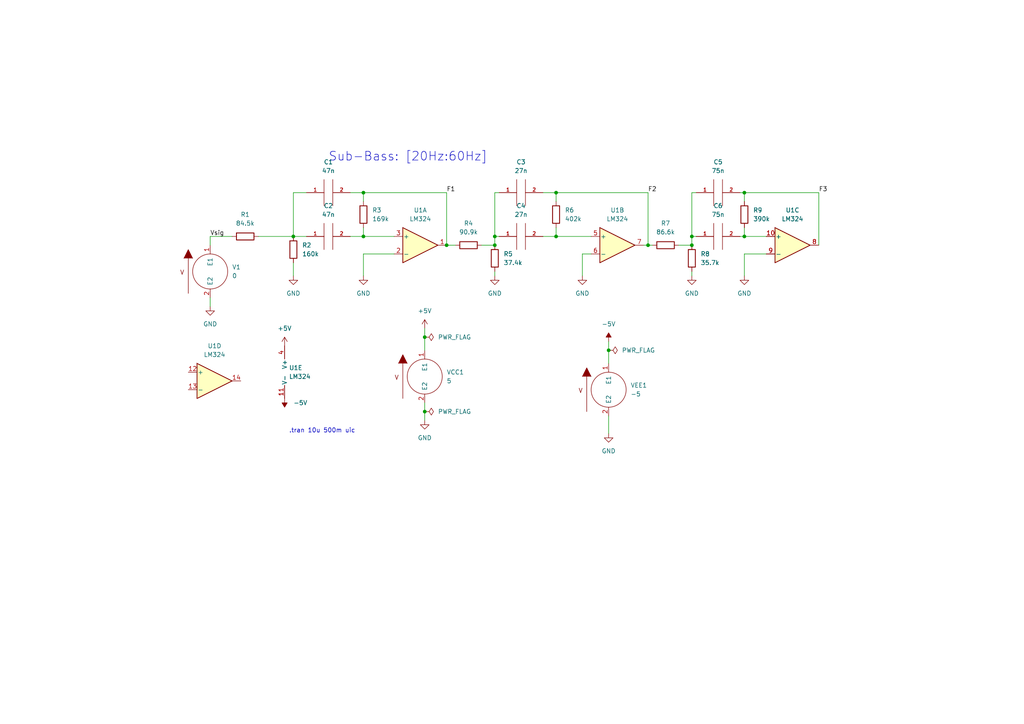
<source format=kicad_sch>
(kicad_sch (version 20211123) (generator eeschema)
  (paper "A4")
  (lib_symbols
    (symbol "Amplifier_Operational:LM324" (pin_names (offset 0.127))
      (property "Reference" "U" (at 0 5.08 0))
      (property "Value" "LM324" (at 0 -5.08 0))
      (symbol "LM324_1_1"
        (polyline (pts (xy -5.08 5.08) (xy 5.08 0) (xy -5.08 -5.08) (xy -5.08 5.08)) (stroke (width 0.254)) (fill (type background)))
        (pin output line (at 7.62 0 180) (length 2.54) (name "~") (number "1"))
        (pin input line (at -7.62 -2.54 0) (length 2.54) (name "-") (number "2"))
        (pin input line (at -7.62 2.54 0) (length 2.54) (name "+") (number "3"))
      )
      (symbol "LM324_2_1"
        (polyline (pts (xy -5.08 5.08) (xy 5.08 0) (xy -5.08 -5.08) (xy -5.08 5.08)) (stroke (width 0.254)) (fill (type background)))
        (pin input line (at -7.62 2.54 0) (length 2.54) (name "+") (number "5"))
        (pin input line (at -7.62 -2.54 0) (length 2.54) (name "-") (number "6"))
        (pin output line (at 7.62 0 180) (length 2.54) (name "~") (number "7"))
      )
      (symbol "LM324_3_1"
        (polyline (pts (xy -5.08 5.08) (xy 5.08 0) (xy -5.08 -5.08) (xy -5.08 5.08)) (stroke (width 0.254)) (fill (type background)))
        (pin input line (at -7.62 2.54 0) (length 2.54) (name "+") (number "10"))
        (pin output line (at 7.62 0 180) (length 2.54) (name "~") (number "8"))
        (pin input line (at -7.62 -2.54 0) (length 2.54) (name "-") (number "9"))
      )
      (symbol "LM324_4_1"
        (polyline (pts (xy -5.08 5.08) (xy 5.08 0) (xy -5.08 -5.08) (xy -5.08 5.08)) (stroke (width 0.254)) (fill (type background)))
        (pin input line (at -7.62 2.54 0) (length 2.54) (name "+") (number "12"))
        (pin input line (at -7.62 -2.54 0) (length 2.54) (name "-") (number "13"))
        (pin output line (at 7.62 0 180) (length 2.54) (name "~") (number "14"))
      )
      (symbol "LM324_5_1"
        (pin power_in line (at -2.54 -7.62 90) (length 3.81) (name "V-") (number "11"))
        (pin power_in line (at -2.54 7.62 270) (length 3.81) (name "V+") (number "4"))
      )
    )
    (symbol "Device:R" (pin_numbers hide) (pin_names (offset 0))
      (property "Reference" "R" (at 2.032 0 90))
      (property "Value" "R" (at 0 0 90))
      (symbol "R_0_1"
        (rectangle (start -1.016 -2.54) (end 1.016 2.54) (stroke (width 0.254)))
      )
      (symbol "R_1_1"
        (pin passive line (at 0 3.81 270) (length 1.27) (name "~") (number "1"))
        (pin passive line (at 0 -3.81 90) (length 1.27) (name "~") (number "2"))
      )
    )
    (symbol "power:+5V" (power) (pin_names (offset 0))
      (property "Value" "+5V" (at 0 3.556 0))
      (symbol "+5V_0_1"
        (polyline (pts (xy -0.762 1.27) (xy 0 2.54)))
        (polyline (pts (xy 0 0) (xy 0 2.54)))
        (polyline (pts (xy 0 2.54) (xy 0.762 1.27)))
      )
      (symbol "+5V_1_1"
        (pin power_in line (at 0 0 90) (length 0) hide (name "+5V") (number "1"))
      )
    )
    (symbol "power:-5V" (power) (pin_names (offset 0))
      (property "Value" "-5V" (at 0 3.81 0))
      (symbol "-5V_0_0"
        (pin power_in line (at 0 0 90) (length 0) hide (name "-5V") (number "1"))
      )
      (symbol "-5V_0_1"
        (polyline (pts (xy 0 0) (xy 0 1.27) (xy 0.762 1.27) (xy 0 2.54) (xy -0.762 1.27) (xy 0 1.27)) (fill (type outline)))
      )
    )
    (symbol "power:GND" (power) (pin_names (offset 0))
      (property "Value" "GND" (at 0 -3.81 0))
      (symbol "GND_0_1"
        (polyline (pts (xy 0 0) (xy 0 -1.27) (xy 1.27 -1.27) (xy 0 -2.54) (xy -1.27 -1.27) (xy 0 -1.27)))
      )
      (symbol "GND_1_1"
        (pin power_in line (at 0 0 270) (length 0) hide (name "GND") (number "1"))
      )
    )
    (symbol "power:PWR_FLAG" (power) (pin_numbers hide) (pin_names (offset 0) hide)
      (property "Value" "PWR_FLAG" (at 0 3.81 0))
      (symbol "PWR_FLAG_0_0"
        (pin power_out line (at 0 0 90) (length 0) (name "pwr") (number "1"))
      )
      (symbol "PWR_FLAG_0_1"
        (polyline (pts (xy 0 0) (xy 0 1.27) (xy -1.016 1.905) (xy 0 2.54) (xy 1.016 1.905) (xy 0 1.27)))
      )
    )
    (symbol "pspice:C" (pin_names (offset 0.254))
      (property "Reference" "C" (at 2.54 3.81 90))
      (property "Value" "C" (at 2.54 -3.81 90))
      (symbol "C_0_1"
        (polyline (pts (xy -3.81 -1.27) (xy 3.81 -1.27)))
        (polyline (pts (xy -3.81 1.27) (xy 3.81 1.27)))
      )
      (symbol "C_1_1"
        (pin passive line (at 0 6.35 270) (length 5.08) (name "~") (number "1"))
        (pin passive line (at 0 -6.35 90) (length 5.08) (name "~") (number "2"))
      )
    )
    (symbol "pspice:VSOURCE" (pin_names (offset 1.016))
      (property "Reference" "V" (at -6.35 7.62 0))
      (property "Value" "VSOURCE" (at 0 0 0))
      (symbol "VSOURCE_0_1"
        (polyline (pts (xy -6.35 -6.35) (xy -6.35 3.81)) (fill (type outline)))
        (polyline (pts (xy -7.62 3.81) (xy -6.35 6.35) (xy -5.08 3.81)) (fill (type outline)))
        (circle (center 0 0) (radius 5.08))
        (text "V" (at -8.128 -0.254 0) (effects (font (size 1.27 1.27))))
      )
      (symbol "VSOURCE_1_1"
        (pin input line (at 0 7.62 270) (length 2.54) (name "E1") (number "1"))
        (pin input line (at 0 -7.62 90) (length 2.54) (name "E2") (number "2"))
      )
    )
  )
  (junction (at 85.09 68.58))
  (junction (at 176.53 101.6))
  (junction (at 123.19 97.79))
  (junction (at 215.9 68.58))
  (junction (at 123.19 119.38))
  (junction (at 129.54 71.12))
  (junction (at 161.29 68.58))
  (junction (at 200.66 68.58))
  (junction (at 187.96 71.12))
  (junction (at 215.9 55.88))
  (junction (at 105.41 55.88))
  (junction (at 143.51 71.12))
  (junction (at 200.66 71.12))
  (junction (at 161.29 55.88))
  (junction (at 105.41 68.58))
  (junction (at 143.51 68.58))
  (wire (pts (xy 215.9 73.66) (xy 215.9 80.01)))
  (wire (pts (xy 201.93 68.58) (xy 200.66 68.58)))
  (wire (pts (xy 123.19 97.79) (xy 123.19 101.6)))
  (wire (pts (xy 214.63 68.58) (xy 215.9 68.58)))
  (wire (pts (xy 74.93 68.58) (xy 85.09 68.58)))
  (wire (pts (xy 215.9 58.42) (xy 215.9 55.88)))
  (wire (pts (xy 187.96 55.88) (xy 161.29 55.88)))
  (wire (pts (xy 157.48 68.58) (xy 161.29 68.58)))
  (wire (pts (xy 214.63 55.88) (xy 215.9 55.88)))
  (wire (pts (xy 101.6 68.58) (xy 105.41 68.58)))
  (wire (pts (xy 105.41 68.58) (xy 114.3 68.58)))
  (wire (pts (xy 222.25 73.66) (xy 215.9 73.66)))
  (wire (pts (xy 123.19 119.38) (xy 123.19 121.92)))
  (wire (pts (xy 161.29 68.58) (xy 171.45 68.58)))
  (wire (pts (xy 143.51 55.88) (xy 143.51 68.58)))
  (wire (pts (xy 129.54 71.12) (xy 129.54 55.88)))
  (wire (pts (xy 171.45 73.66) (xy 168.91 73.66)))
  (wire (pts (xy 168.91 73.66) (xy 168.91 80.01)))
  (wire (pts (xy 200.66 55.88) (xy 200.66 68.58)))
  (wire (pts (xy 215.9 55.88) (xy 237.49 55.88)))
  (wire (pts (xy 143.51 68.58) (xy 143.51 71.12)))
  (wire (pts (xy 105.41 66.04) (xy 105.41 68.58)))
  (wire (pts (xy 101.6 55.88) (xy 105.41 55.88)))
  (wire (pts (xy 60.96 68.58) (xy 60.96 71.12)))
  (wire (pts (xy 161.29 66.04) (xy 161.29 68.58)))
  (wire (pts (xy 186.69 71.12) (xy 187.96 71.12)))
  (wire (pts (xy 60.96 68.58) (xy 67.31 68.58)))
  (wire (pts (xy 85.09 68.58) (xy 88.9 68.58)))
  (wire (pts (xy 85.09 55.88) (xy 85.09 68.58)))
  (wire (pts (xy 176.53 99.06) (xy 176.53 101.6)))
  (wire (pts (xy 196.85 71.12) (xy 200.66 71.12)))
  (wire (pts (xy 176.53 101.6) (xy 176.53 105.41)))
  (wire (pts (xy 157.48 55.88) (xy 161.29 55.88)))
  (wire (pts (xy 85.09 80.01) (xy 85.09 76.2)))
  (wire (pts (xy 201.93 55.88) (xy 200.66 55.88)))
  (wire (pts (xy 88.9 55.88) (xy 85.09 55.88)))
  (wire (pts (xy 144.78 68.58) (xy 143.51 68.58)))
  (wire (pts (xy 200.66 78.74) (xy 200.66 80.01)))
  (wire (pts (xy 237.49 71.12) (xy 237.49 55.88)))
  (wire (pts (xy 187.96 55.88) (xy 187.96 71.12)))
  (wire (pts (xy 176.53 120.65) (xy 176.53 125.73)))
  (wire (pts (xy 105.41 73.66) (xy 105.41 80.01)))
  (wire (pts (xy 187.96 71.12) (xy 189.23 71.12)))
  (wire (pts (xy 105.41 58.42) (xy 105.41 55.88)))
  (wire (pts (xy 215.9 66.04) (xy 215.9 68.58)))
  (wire (pts (xy 123.19 116.84) (xy 123.19 119.38)))
  (wire (pts (xy 129.54 71.12) (xy 132.08 71.12)))
  (wire (pts (xy 60.96 86.36) (xy 60.96 88.9)))
  (wire (pts (xy 144.78 55.88) (xy 143.51 55.88)))
  (wire (pts (xy 215.9 68.58) (xy 222.25 68.58)))
  (wire (pts (xy 200.66 68.58) (xy 200.66 71.12)))
  (wire (pts (xy 143.51 78.74) (xy 143.51 80.01)))
  (wire (pts (xy 139.7 71.12) (xy 143.51 71.12)))
  (wire (pts (xy 161.29 58.42) (xy 161.29 55.88)))
  (wire (pts (xy 123.19 95.25) (xy 123.19 97.79)))
  (wire (pts (xy 129.54 55.88) (xy 105.41 55.88)))
  (wire (pts (xy 114.3 73.66) (xy 105.41 73.66)))
  (text "Sub-Bass: [20Hz:60Hz]\n" (at 95.25 46.99 0) (effects (font (size 2.54 2.54)) (justify left bottom)))
  (text ".tran 10u 500m uic\n" (at 83.82 125.73 0) (effects (font (size 1.27 1.27)) (justify left bottom)))
  (label "F3" (at 237.49 55.88 0))
  (label "F2" (at 187.96 55.88 0))
  (label "F1" (at 129.54 55.88 0))
  (label "Vsig" (at 60.96 68.58 0))
  (symbol (lib_id "Amplifier_Operational:LM324") (at 85.09 107.95 0) (unit 5)
    (property "Reference" "U1" (at 83.82 106.6799 0) (effects (justify left)))
    (property "Value" "LM324" (at 83.82 109.2199 0) (effects (justify left)))
    (property "Datasheet" "http://www.ti.com/lit/ds/symlink/lm2902-n.pdf" (effects hide))
    (property "Spice_Primitive" "X" (effects hide))
    (property "Spice_Model" "LMX24_LM2902a" (effects hide))
    (property "Spice_Netlist_Enabled" "Y" (effects hide))
    (property "Spice_Lib_File" "lmx24_lm2902-quad.lib" (effects hide))
  )
  (symbol (lib_id "power:GND") (at 60.96 88.9 0) (unit 1)
    (property "Reference" "#PWR01" (effects hide))
    (property "Value" "GND" (at 60.96 93.98 0))
  )
  (symbol (lib_id "power:PWR_FLAG") (at 176.53 101.6 270) (unit 1)
    (property "Reference" "#FLG03" (effects hide))
    (property "Value" "PWR_FLAG" (at 180.34 101.5999 90) (effects (justify left)))
  )
  (symbol (lib_id "power:GND") (at 123.19 121.92 0) (unit 1)
    (property "Reference" "#PWR07" (effects hide))
    (property "Value" "GND" (at 123.19 127 0))
  )
  (symbol (lib_id "Device:R") (at 161.29 62.23 0) (unit 1)
    (property "Reference" "R6" (at 163.83 60.9599 0) (effects (justify left)))
    (property "Value" "402k" (at 163.83 63.4999 0) (effects (justify left)))
    (property "Footprint" "Resistor_SMD:R_0201_0603Metric" (effects hide))
  )
  (symbol (lib_id "Device:R") (at 85.09 72.39 0) (unit 1)
    (property "Reference" "R2" (at 87.63 71.1199 0) (effects (justify left)))
    (property "Value" "160k" (at 87.63 73.6599 0) (effects (justify left)))
    (property "Footprint" "Resistor_SMD:R_0201_0603Metric" (effects hide))
  )
  (symbol (lib_id "Amplifier_Operational:LM324") (at 62.23 110.49 0) (unit 4)
    (property "Reference" "U1" (at 62.23 100.33 0))
    (property "Value" "LM324" (at 62.23 102.87 0))
    (property "Datasheet" "http://www.ti.com/lit/ds/symlink/lm2902-n.pdf" (effects hide))
    (property "Spice_Primitive" "X" (effects hide))
    (property "Spice_Model" "LMX24_LM2902a" (effects hide))
    (property "Spice_Netlist_Enabled" "Y" (effects hide))
    (property "Spice_Lib_File" "lmx24_lm2902-quad.lib" (effects hide))
  )
  (symbol (lib_id "pspice:C") (at 95.25 55.88 90) (unit 1)
    (property "Reference" "C1" (at 95.25 46.99 90))
    (property "Value" "47n" (at 95.25 49.53 90))
  )
  (symbol (lib_id "pspice:C") (at 151.13 55.88 90) (unit 1)
    (property "Reference" "C3" (at 151.13 46.99 90))
    (property "Value" "27n" (at 151.13 49.53 90))
  )
  (symbol (lib_id "power:GND") (at 85.09 80.01 0) (unit 1)
    (property "Reference" "#PWR02" (effects hide))
    (property "Value" "GND" (at 85.09 85.09 0))
  )
  (symbol (lib_id "Amplifier_Operational:LM324") (at 179.07 71.12 0) (unit 2)
    (property "Reference" "U1" (at 179.07 60.96 0))
    (property "Value" "LM324" (at 179.07 63.5 0))
    (property "Datasheet" "http://www.ti.com/lit/ds/symlink/lm2902-n.pdf" (effects hide))
    (property "Spice_Primitive" "X" (effects hide))
    (property "Spice_Model" "LMX24_LM2902a" (effects hide))
    (property "Spice_Netlist_Enabled" "Y" (effects hide))
    (property "Spice_Lib_File" "lmx24_lm2902-quad.lib" (effects hide))
  )
  (symbol (lib_id "power:GND") (at 143.51 80.01 0) (unit 1)
    (property "Reference" "#PWR08" (effects hide))
    (property "Value" "GND" (at 143.51 85.09 0))
  )
  (symbol (lib_id "Device:R") (at 135.89 71.12 90) (unit 1)
    (property "Reference" "R4" (at 135.89 64.77 90))
    (property "Value" "90.9k" (at 135.89 67.31 90))
    (property "Footprint" "Resistor_SMD:R_0201_0603Metric" (effects hide))
  )
  (symbol (lib_id "pspice:VSOURCE") (at 123.19 109.22 0) (unit 1)
    (property "Reference" "VCC1" (at 129.54 107.9499 0) (effects (justify left)))
    (property "Value" "5" (at 129.54 110.4899 0) (effects (justify left)))
    (property "Spice_Primitive" "V" (effects hide))
    (property "Spice_Model" "dc 5" (effects hide))
    (property "Spice_Netlist_Enabled" "Y" (effects hide))
  )
  (symbol (lib_id "power:GND") (at 105.41 80.01 0) (unit 1)
    (property "Reference" "#PWR03" (effects hide))
    (property "Value" "GND" (at 105.41 85.09 0))
  )
  (symbol (lib_id "pspice:VSOURCE") (at 176.53 113.03 0) (unit 1)
    (property "Reference" "VEE1" (at 182.88 111.7599 0) (effects (justify left)))
    (property "Value" "-5" (at 182.88 114.2999 0) (effects (justify left)))
    (property "Spice_Primitive" "V" (effects hide))
    (property "Spice_Model" "dc -5" (effects hide))
    (property "Spice_Netlist_Enabled" "Y" (effects hide))
  )
  (symbol (lib_id "power:GND") (at 168.91 80.01 0) (unit 1)
    (property "Reference" "#PWR011" (effects hide))
    (property "Value" "GND" (at 168.91 85.09 0))
  )
  (symbol (lib_id "power:+5V") (at 123.19 95.25 0) (unit 1)
    (property "Reference" "#PWR06" (effects hide))
    (property "Value" "+5V" (at 123.19 90.17 0))
  )
  (symbol (lib_id "Device:R") (at 105.41 62.23 0) (unit 1)
    (property "Reference" "R3" (at 107.95 60.9599 0) (effects (justify left)))
    (property "Value" "169k" (at 107.95 63.4999 0) (effects (justify left)))
    (property "Footprint" "Resistor_SMD:R_0201_0603Metric" (effects hide))
  )
  (symbol (lib_id "Amplifier_Operational:LM324") (at 229.87 71.12 0) (unit 3)
    (property "Reference" "U1" (at 229.87 60.96 0))
    (property "Value" "LM324" (at 229.87 63.5 0))
    (property "Datasheet" "http://www.ti.com/lit/ds/symlink/lm2902-n.pdf" (effects hide))
    (property "Spice_Primitive" "X" (effects hide))
    (property "Spice_Model" "LMX24_LM2902a" (effects hide))
    (property "Spice_Netlist_Enabled" "Y" (effects hide))
    (property "Spice_Lib_File" "lmx24_lm2902-quad.lib" (effects hide))
  )
  (symbol (lib_id "Device:R") (at 215.9 62.23 0) (unit 1)
    (property "Reference" "R9" (at 218.44 60.9599 0) (effects (justify left)))
    (property "Value" "390k" (at 218.44 63.4999 0) (effects (justify left)))
    (property "Footprint" "Resistor_SMD:R_0201_0603Metric" (effects hide))
  )
  (symbol (lib_id "Device:R") (at 193.04 71.12 90) (unit 1)
    (property "Reference" "R7" (at 193.04 64.77 90))
    (property "Value" "86.6k" (at 193.04 67.31 90))
    (property "Footprint" "Resistor_SMD:R_0201_0603Metric" (effects hide))
  )
  (symbol (lib_id "pspice:C") (at 151.13 68.58 90) (unit 1)
    (property "Reference" "C4" (at 151.13 59.69 90))
    (property "Value" "27n" (at 151.13 62.23 90))
  )
  (symbol (lib_id "pspice:C") (at 208.28 68.58 90) (unit 1)
    (property "Reference" "C6" (at 208.28 59.69 90))
    (property "Value" "75n" (at 208.28 62.23 90))
  )
  (symbol (lib_id "power:-5V") (at 176.53 99.06 0) (unit 1)
    (property "Reference" "#PWR09" (effects hide))
    (property "Value" "-5V" (at 176.53 93.98 0))
  )
  (symbol (lib_id "power:PWR_FLAG") (at 123.19 119.38 270) (unit 1)
    (property "Reference" "#FLG02" (effects hide))
    (property "Value" "PWR_FLAG" (at 127 119.3799 90) (effects (justify left)))
  )
  (symbol (lib_id "power:GND") (at 200.66 80.01 0) (unit 1)
    (property "Reference" "#PWR012" (effects hide))
    (property "Value" "GND" (at 200.66 85.09 0))
  )
  (symbol (lib_id "Device:R") (at 71.12 68.58 90) (unit 1)
    (property "Reference" "R1" (at 71.12 62.23 90))
    (property "Value" "84.5k" (at 71.12 64.77 90))
    (property "Footprint" "Resistor_SMD:R_0201_0603Metric" (effects hide))
  )
  (symbol (lib_id "pspice:C") (at 95.25 68.58 90) (unit 1)
    (property "Reference" "C2" (at 95.25 59.69 90))
    (property "Value" "47n" (at 95.25 62.23 90))
  )
  (symbol (lib_id "pspice:VSOURCE") (at 60.96 78.74 0) (unit 1)
    (property "Reference" "V1" (at 67.31 77.4699 0) (effects (justify left)))
    (property "Value" "0" (at 67.31 80.0099 0) (effects (justify left)))
    (property "Spice_Primitive" "V" (effects hide))
    (property "Spice_Model" "dc 0 ac 1 sin(0 1 10)" (effects hide))
    (property "Spice_Netlist_Enabled" "Y" (effects hide))
  )
  (symbol (lib_id "Device:R") (at 200.66 74.93 0) (unit 1)
    (property "Reference" "R8" (at 203.2 73.6599 0) (effects (justify left)))
    (property "Value" "35.7k" (at 203.2 76.1999 0) (effects (justify left)))
    (property "Footprint" "Resistor_SMD:R_0201_0603Metric" (effects hide))
  )
  (symbol (lib_id "power:+5V") (at 82.55 100.33 0) (unit 1)
    (property "Reference" "#PWR04" (effects hide))
    (property "Value" "+5V" (at 82.55 95.25 0))
  )
  (symbol (lib_id "power:GND") (at 176.53 125.73 0) (unit 1)
    (property "Reference" "#PWR010" (effects hide))
    (property "Value" "GND" (at 176.53 130.81 0))
  )
  (symbol (lib_id "power:-5V") (at 82.55 115.57 180) (unit 1)
    (property "Reference" "#PWR05" (effects hide))
    (property "Value" "-5V" (at 85.09 116.8399 0) (effects (justify right)))
  )
  (symbol (lib_id "pspice:C") (at 208.28 55.88 90) (unit 1)
    (property "Reference" "C5" (at 208.28 46.99 90))
    (property "Value" "75n" (at 208.28 49.53 90))
  )
  (symbol (lib_id "Amplifier_Operational:LM324") (at 121.92 71.12 0) (unit 1)
    (property "Reference" "U1" (at 121.92 60.96 0))
    (property "Value" "LM324" (at 121.92 63.5 0))
    (property "Datasheet" "http://www.ti.com/lit/ds/symlink/lm2902-n.pdf" (effects hide))
    (property "Spice_Primitive" "X" (effects hide))
    (property "Spice_Model" "LMX24_LM2902a" (effects hide))
    (property "Spice_Netlist_Enabled" "Y" (effects hide))
    (property "Spice_Lib_File" "lmx24_lm2902-quad.lib" (effects hide))
  )
  (symbol (lib_id "power:PWR_FLAG") (at 123.19 97.79 270) (unit 1)
    (property "Reference" "#FLG01" (effects hide))
    (property "Value" "PWR_FLAG" (at 127 97.7899 90) (effects (justify left)))
  )
  (symbol (lib_id "power:GND") (at 215.9 80.01 0) (unit 1)
    (property "Reference" "#PWR013" (effects hide))
    (property "Value" "GND" (at 215.9 85.09 0))
  )
  (symbol (lib_id "Device:R") (at 143.51 74.93 0) (unit 1)
    (property "Reference" "R5" (at 146.05 73.6599 0) (effects (justify left)))
    (property "Value" "37.4k" (at 146.05 76.1999 0) (effects (justify left)))
    (property "Footprint" "Resistor_SMD:R_0201_0603Metric" (effects hide))
  )
)
</source>
